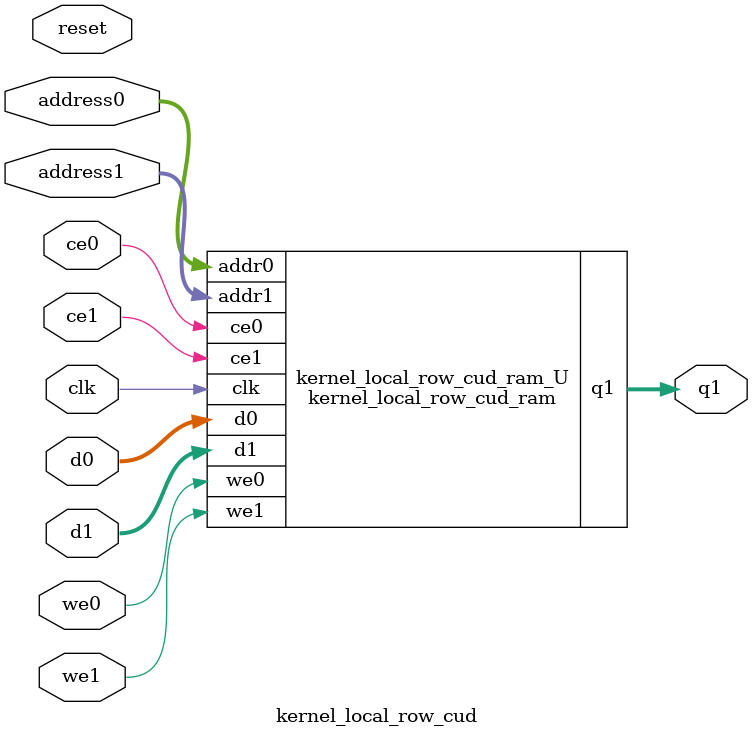
<source format=v>
`timescale 1 ns / 1 ps
module kernel_local_row_cud_ram (addr0, ce0, d0, we0, addr1, ce1, d1, we1, q1,  clk);

parameter DWIDTH = 3;
parameter AWIDTH = 2;
parameter MEM_SIZE = 4;

input[AWIDTH-1:0] addr0;
input ce0;
input[DWIDTH-1:0] d0;
input we0;
input[AWIDTH-1:0] addr1;
input ce1;
input[DWIDTH-1:0] d1;
input we1;
output reg[DWIDTH-1:0] q1;
input clk;

(* ram_style = "block" *)reg [DWIDTH-1:0] ram[0:MEM_SIZE-1];




always @(posedge clk)  
begin 
    if (ce0) begin
        if (we0) 
            ram[addr0] <= d0; 
    end
end


always @(posedge clk)  
begin 
    if (ce1) begin
        if (we1) 
            ram[addr1] <= d1; 
        q1 <= ram[addr1];
    end
end


endmodule

`timescale 1 ns / 1 ps
module kernel_local_row_cud(
    reset,
    clk,
    address0,
    ce0,
    we0,
    d0,
    address1,
    ce1,
    we1,
    d1,
    q1);

parameter DataWidth = 32'd3;
parameter AddressRange = 32'd4;
parameter AddressWidth = 32'd2;
input reset;
input clk;
input[AddressWidth - 1:0] address0;
input ce0;
input we0;
input[DataWidth - 1:0] d0;
input[AddressWidth - 1:0] address1;
input ce1;
input we1;
input[DataWidth - 1:0] d1;
output[DataWidth - 1:0] q1;



kernel_local_row_cud_ram kernel_local_row_cud_ram_U(
    .clk( clk ),
    .addr0( address0 ),
    .ce0( ce0 ),
    .we0( we0 ),
    .d0( d0 ),
    .addr1( address1 ),
    .ce1( ce1 ),
    .we1( we1 ),
    .d1( d1 ),
    .q1( q1 ));

endmodule


</source>
